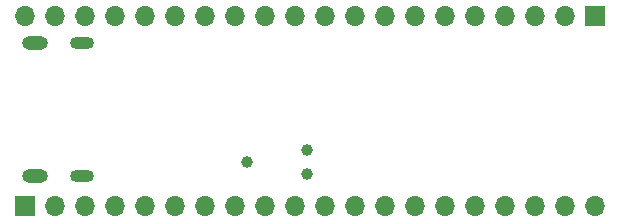
<source format=gbr>
%TF.GenerationSoftware,KiCad,Pcbnew,8.0.0-rc2-179-gceb8beb8c4*%
%TF.CreationDate,2024-02-16T13:12:57+01:00*%
%TF.ProjectId,CAT_MEP,4341545f-4d45-4502-9e6b-696361645f70,rev?*%
%TF.SameCoordinates,Original*%
%TF.FileFunction,Soldermask,Bot*%
%TF.FilePolarity,Negative*%
%FSLAX46Y46*%
G04 Gerber Fmt 4.6, Leading zero omitted, Abs format (unit mm)*
G04 Created by KiCad (PCBNEW 8.0.0-rc2-179-gceb8beb8c4) date 2024-02-16 13:12:57*
%MOMM*%
%LPD*%
G01*
G04 APERTURE LIST*
%ADD10O,2.000000X1.050000*%
%ADD11O,2.200000X1.150000*%
%ADD12C,1.000000*%
%ADD13R,1.700000X1.700000*%
%ADD14O,1.700000X1.700000*%
G04 APERTURE END LIST*
D10*
%TO.C,J1*%
X105850000Y-46180000D03*
D11*
X101850000Y-46180000D03*
D10*
X105850000Y-57420000D03*
D11*
X101850000Y-57420000D03*
%TD*%
D12*
%TO.C,J4*%
X119851000Y-56209000D03*
X124931000Y-55193000D03*
X124931000Y-57225000D03*
%TD*%
D13*
%TO.C,J2*%
X149260000Y-43850000D03*
D14*
X146720000Y-43850000D03*
X144180000Y-43850000D03*
X141640000Y-43850000D03*
X139100000Y-43850000D03*
X136560000Y-43850000D03*
X134020000Y-43850000D03*
X131480000Y-43850000D03*
X128940000Y-43850000D03*
X126400000Y-43850000D03*
X123860000Y-43850000D03*
X121320000Y-43850000D03*
X118780000Y-43850000D03*
X116240000Y-43850000D03*
X113700000Y-43850000D03*
X111160000Y-43850000D03*
X108620000Y-43850000D03*
X106080000Y-43850000D03*
X103540000Y-43850000D03*
X101000000Y-43850000D03*
%TD*%
D13*
%TO.C,J3*%
X101000000Y-59950000D03*
D14*
X103540000Y-59950000D03*
X106080000Y-59950000D03*
X108620000Y-59950000D03*
X111160000Y-59950000D03*
X113700000Y-59950000D03*
X116240000Y-59950000D03*
X118780000Y-59950000D03*
X121320000Y-59950000D03*
X123860000Y-59950000D03*
X126400000Y-59950000D03*
X128940000Y-59950000D03*
X131480000Y-59950000D03*
X134020000Y-59950000D03*
X136560000Y-59950000D03*
X139100000Y-59950000D03*
X141640000Y-59950000D03*
X144180000Y-59950000D03*
X146720000Y-59950000D03*
X149260000Y-59950000D03*
%TD*%
M02*

</source>
